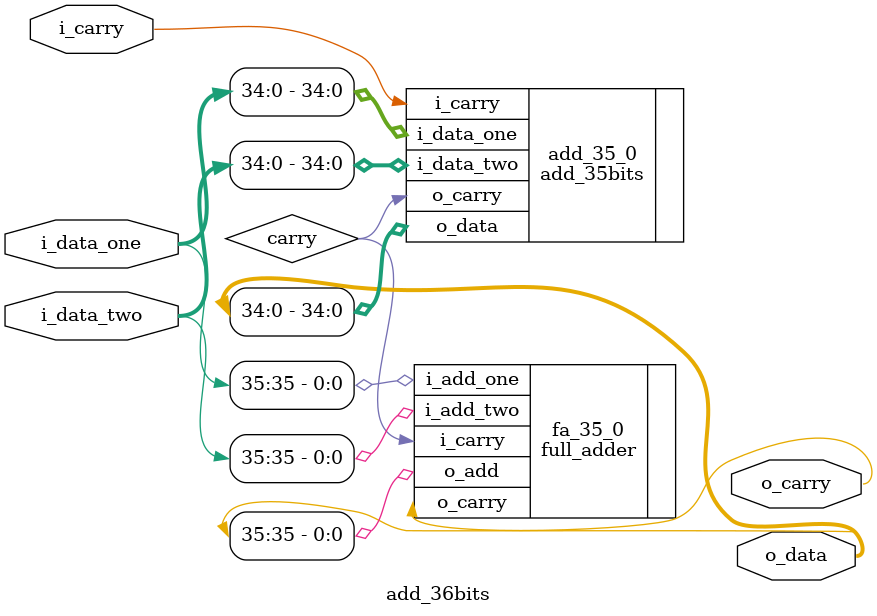
<source format=sv>
module add_36bits(
  input logic  [35:0] i_data_one,
  input logic  [35:0] i_data_two,
  input logic         i_carry,
  
  output logic [35:0] o_data,
  output logic        o_carry
);

  logic carry;

  add_35bits add_35_0(
    .i_data_one (i_data_one[34:0]),
    .i_data_two (i_data_two[34:0]),
    .i_carry    (i_carry),
    .o_data     (o_data[34:0]),
    .o_carry    (carry)
  );
  
  full_adder fa_35_0(
    .i_add_one (i_data_one[35]),
    .i_add_two (i_data_two[35]),
    .i_carry   (carry),
    .o_add     (o_data[35]),
    .o_carry   (o_carry)
  );

endmodule
</source>
